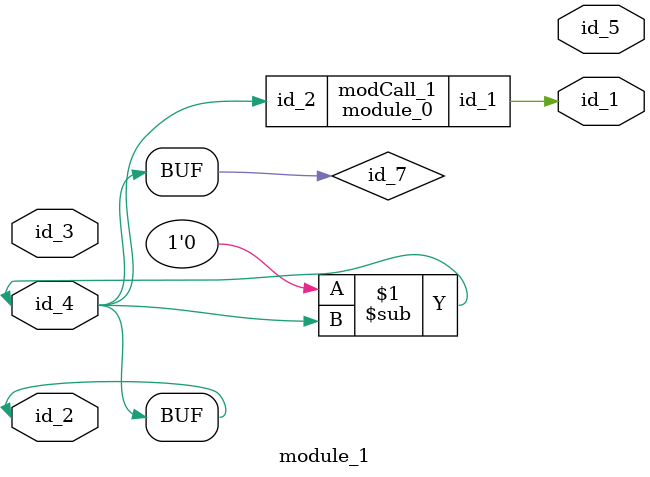
<source format=v>
module module_0 (
    id_1,
    id_2
);
  input wire id_2;
  output wire id_1;
  wire id_3;
endmodule
module module_1 (
    id_1,
    id_2,
    id_3,
    id_4,
    id_5
);
  output wire id_5;
  input wire id_4;
  input wire id_3;
  inout wire id_2;
  output wire id_1;
  assign id_2 = id_4;
  module_0 modCall_1 (
      id_1,
      id_4
  );
  assign id_2 = 1'b0 - id_2;
  wire id_6;
  wire id_7 = id_4, id_8, id_9, id_10;
  wire id_11;
  wire id_12;
endmodule

</source>
